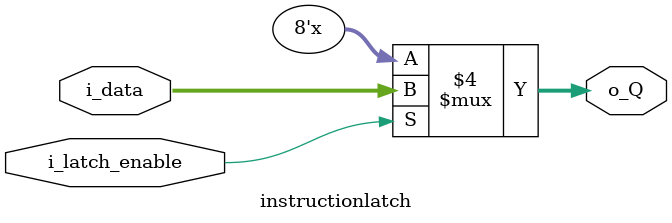
<source format=v>
/*
Author(s): Steven Miller
Date created: november 15 2024
Purpose: basic n bit latch
log:
	$ Steven 11/15/2024: initial creation
*/

module instructionlatch
#(parameter length = 8)
(
	input[length-1:0] i_data,
	input i_latch_enable,
	//input outputenablen,
	output reg[length-1:0] o_Q
);

always@(i_latch_enable)

begin
	if(i_latch_enable == 1)
		begin
			o_Q <=i_data;
		end
	else
		begin
			o_Q <= o_Q;
		end
end

endmodule
</source>
